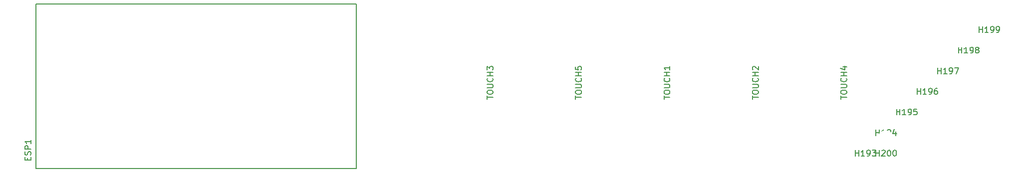
<source format=gto>
G04 #@! TF.GenerationSoftware,KiCad,Pcbnew,(5.1.10)-1*
G04 #@! TF.CreationDate,2021-11-14T07:23:14+08:00*
G04 #@! TF.ProjectId,8x8x8-RGB-LED-Cube-PCB,38783878-382d-4524-9742-2d4c45442d43,rev?*
G04 #@! TF.SameCoordinates,Original*
G04 #@! TF.FileFunction,Legend,Top*
G04 #@! TF.FilePolarity,Positive*
%FSLAX46Y46*%
G04 Gerber Fmt 4.6, Leading zero omitted, Abs format (unit mm)*
G04 Created by KiCad (PCBNEW (5.1.10)-1) date 2021-11-14 07:23:14*
%MOMM*%
%LPD*%
G01*
G04 APERTURE LIST*
%ADD10C,0.127000*%
%ADD11C,0.150000*%
%ADD12C,2.800000*%
%ADD13R,1.560000X1.560000*%
%ADD14C,1.560000*%
%ADD15R,3.500000X3.500000*%
G04 APERTURE END LIST*
D10*
X174114000Y-84746200D02*
X119714000Y-84746200D01*
X119714000Y-84746200D02*
X119714000Y-56846200D01*
X119714000Y-56846200D02*
X174114000Y-56846200D01*
X174114000Y-56846200D02*
X174114000Y-84746200D01*
D11*
X262260714Y-82636580D02*
X262260714Y-81636580D01*
X262260714Y-82112771D02*
X262832142Y-82112771D01*
X262832142Y-82636580D02*
X262832142Y-81636580D01*
X263260714Y-81731819D02*
X263308333Y-81684200D01*
X263403571Y-81636580D01*
X263641666Y-81636580D01*
X263736904Y-81684200D01*
X263784523Y-81731819D01*
X263832142Y-81827057D01*
X263832142Y-81922295D01*
X263784523Y-82065152D01*
X263213095Y-82636580D01*
X263832142Y-82636580D01*
X264451190Y-81636580D02*
X264546428Y-81636580D01*
X264641666Y-81684200D01*
X264689285Y-81731819D01*
X264736904Y-81827057D01*
X264784523Y-82017533D01*
X264784523Y-82255628D01*
X264736904Y-82446104D01*
X264689285Y-82541342D01*
X264641666Y-82588961D01*
X264546428Y-82636580D01*
X264451190Y-82636580D01*
X264355952Y-82588961D01*
X264308333Y-82541342D01*
X264260714Y-82446104D01*
X264213095Y-82255628D01*
X264213095Y-82017533D01*
X264260714Y-81827057D01*
X264308333Y-81731819D01*
X264355952Y-81684200D01*
X264451190Y-81636580D01*
X265403571Y-81636580D02*
X265498809Y-81636580D01*
X265594047Y-81684200D01*
X265641666Y-81731819D01*
X265689285Y-81827057D01*
X265736904Y-82017533D01*
X265736904Y-82255628D01*
X265689285Y-82446104D01*
X265641666Y-82541342D01*
X265594047Y-82588961D01*
X265498809Y-82636580D01*
X265403571Y-82636580D01*
X265308333Y-82588961D01*
X265260714Y-82541342D01*
X265213095Y-82446104D01*
X265165476Y-82255628D01*
X265165476Y-82017533D01*
X265213095Y-81827057D01*
X265260714Y-81731819D01*
X265308333Y-81684200D01*
X265403571Y-81636580D01*
X279760714Y-61636580D02*
X279760714Y-60636580D01*
X279760714Y-61112771D02*
X280332142Y-61112771D01*
X280332142Y-61636580D02*
X280332142Y-60636580D01*
X281332142Y-61636580D02*
X280760714Y-61636580D01*
X281046428Y-61636580D02*
X281046428Y-60636580D01*
X280951190Y-60779438D01*
X280855952Y-60874676D01*
X280760714Y-60922295D01*
X281808333Y-61636580D02*
X281998809Y-61636580D01*
X282094047Y-61588961D01*
X282141666Y-61541342D01*
X282236904Y-61398485D01*
X282284523Y-61208009D01*
X282284523Y-60827057D01*
X282236904Y-60731819D01*
X282189285Y-60684200D01*
X282094047Y-60636580D01*
X281903571Y-60636580D01*
X281808333Y-60684200D01*
X281760714Y-60731819D01*
X281713095Y-60827057D01*
X281713095Y-61065152D01*
X281760714Y-61160390D01*
X281808333Y-61208009D01*
X281903571Y-61255628D01*
X282094047Y-61255628D01*
X282189285Y-61208009D01*
X282236904Y-61160390D01*
X282284523Y-61065152D01*
X282760714Y-61636580D02*
X282951190Y-61636580D01*
X283046428Y-61588961D01*
X283094047Y-61541342D01*
X283189285Y-61398485D01*
X283236904Y-61208009D01*
X283236904Y-60827057D01*
X283189285Y-60731819D01*
X283141666Y-60684200D01*
X283046428Y-60636580D01*
X282855952Y-60636580D01*
X282760714Y-60684200D01*
X282713095Y-60731819D01*
X282665476Y-60827057D01*
X282665476Y-61065152D01*
X282713095Y-61160390D01*
X282760714Y-61208009D01*
X282855952Y-61255628D01*
X283046428Y-61255628D01*
X283141666Y-61208009D01*
X283189285Y-61160390D01*
X283236904Y-61065152D01*
X276260714Y-65136580D02*
X276260714Y-64136580D01*
X276260714Y-64612771D02*
X276832142Y-64612771D01*
X276832142Y-65136580D02*
X276832142Y-64136580D01*
X277832142Y-65136580D02*
X277260714Y-65136580D01*
X277546428Y-65136580D02*
X277546428Y-64136580D01*
X277451190Y-64279438D01*
X277355952Y-64374676D01*
X277260714Y-64422295D01*
X278308333Y-65136580D02*
X278498809Y-65136580D01*
X278594047Y-65088961D01*
X278641666Y-65041342D01*
X278736904Y-64898485D01*
X278784523Y-64708009D01*
X278784523Y-64327057D01*
X278736904Y-64231819D01*
X278689285Y-64184200D01*
X278594047Y-64136580D01*
X278403571Y-64136580D01*
X278308333Y-64184200D01*
X278260714Y-64231819D01*
X278213095Y-64327057D01*
X278213095Y-64565152D01*
X278260714Y-64660390D01*
X278308333Y-64708009D01*
X278403571Y-64755628D01*
X278594047Y-64755628D01*
X278689285Y-64708009D01*
X278736904Y-64660390D01*
X278784523Y-64565152D01*
X279355952Y-64565152D02*
X279260714Y-64517533D01*
X279213095Y-64469914D01*
X279165476Y-64374676D01*
X279165476Y-64327057D01*
X279213095Y-64231819D01*
X279260714Y-64184200D01*
X279355952Y-64136580D01*
X279546428Y-64136580D01*
X279641666Y-64184200D01*
X279689285Y-64231819D01*
X279736904Y-64327057D01*
X279736904Y-64374676D01*
X279689285Y-64469914D01*
X279641666Y-64517533D01*
X279546428Y-64565152D01*
X279355952Y-64565152D01*
X279260714Y-64612771D01*
X279213095Y-64660390D01*
X279165476Y-64755628D01*
X279165476Y-64946104D01*
X279213095Y-65041342D01*
X279260714Y-65088961D01*
X279355952Y-65136580D01*
X279546428Y-65136580D01*
X279641666Y-65088961D01*
X279689285Y-65041342D01*
X279736904Y-64946104D01*
X279736904Y-64755628D01*
X279689285Y-64660390D01*
X279641666Y-64612771D01*
X279546428Y-64565152D01*
X272760714Y-68636580D02*
X272760714Y-67636580D01*
X272760714Y-68112771D02*
X273332142Y-68112771D01*
X273332142Y-68636580D02*
X273332142Y-67636580D01*
X274332142Y-68636580D02*
X273760714Y-68636580D01*
X274046428Y-68636580D02*
X274046428Y-67636580D01*
X273951190Y-67779438D01*
X273855952Y-67874676D01*
X273760714Y-67922295D01*
X274808333Y-68636580D02*
X274998809Y-68636580D01*
X275094047Y-68588961D01*
X275141666Y-68541342D01*
X275236904Y-68398485D01*
X275284523Y-68208009D01*
X275284523Y-67827057D01*
X275236904Y-67731819D01*
X275189285Y-67684200D01*
X275094047Y-67636580D01*
X274903571Y-67636580D01*
X274808333Y-67684200D01*
X274760714Y-67731819D01*
X274713095Y-67827057D01*
X274713095Y-68065152D01*
X274760714Y-68160390D01*
X274808333Y-68208009D01*
X274903571Y-68255628D01*
X275094047Y-68255628D01*
X275189285Y-68208009D01*
X275236904Y-68160390D01*
X275284523Y-68065152D01*
X275617857Y-67636580D02*
X276284523Y-67636580D01*
X275855952Y-68636580D01*
X269260714Y-72136580D02*
X269260714Y-71136580D01*
X269260714Y-71612771D02*
X269832142Y-71612771D01*
X269832142Y-72136580D02*
X269832142Y-71136580D01*
X270832142Y-72136580D02*
X270260714Y-72136580D01*
X270546428Y-72136580D02*
X270546428Y-71136580D01*
X270451190Y-71279438D01*
X270355952Y-71374676D01*
X270260714Y-71422295D01*
X271308333Y-72136580D02*
X271498809Y-72136580D01*
X271594047Y-72088961D01*
X271641666Y-72041342D01*
X271736904Y-71898485D01*
X271784523Y-71708009D01*
X271784523Y-71327057D01*
X271736904Y-71231819D01*
X271689285Y-71184200D01*
X271594047Y-71136580D01*
X271403571Y-71136580D01*
X271308333Y-71184200D01*
X271260714Y-71231819D01*
X271213095Y-71327057D01*
X271213095Y-71565152D01*
X271260714Y-71660390D01*
X271308333Y-71708009D01*
X271403571Y-71755628D01*
X271594047Y-71755628D01*
X271689285Y-71708009D01*
X271736904Y-71660390D01*
X271784523Y-71565152D01*
X272641666Y-71136580D02*
X272451190Y-71136580D01*
X272355952Y-71184200D01*
X272308333Y-71231819D01*
X272213095Y-71374676D01*
X272165476Y-71565152D01*
X272165476Y-71946104D01*
X272213095Y-72041342D01*
X272260714Y-72088961D01*
X272355952Y-72136580D01*
X272546428Y-72136580D01*
X272641666Y-72088961D01*
X272689285Y-72041342D01*
X272736904Y-71946104D01*
X272736904Y-71708009D01*
X272689285Y-71612771D01*
X272641666Y-71565152D01*
X272546428Y-71517533D01*
X272355952Y-71517533D01*
X272260714Y-71565152D01*
X272213095Y-71612771D01*
X272165476Y-71708009D01*
X265760714Y-75636580D02*
X265760714Y-74636580D01*
X265760714Y-75112771D02*
X266332142Y-75112771D01*
X266332142Y-75636580D02*
X266332142Y-74636580D01*
X267332142Y-75636580D02*
X266760714Y-75636580D01*
X267046428Y-75636580D02*
X267046428Y-74636580D01*
X266951190Y-74779438D01*
X266855952Y-74874676D01*
X266760714Y-74922295D01*
X267808333Y-75636580D02*
X267998809Y-75636580D01*
X268094047Y-75588961D01*
X268141666Y-75541342D01*
X268236904Y-75398485D01*
X268284523Y-75208009D01*
X268284523Y-74827057D01*
X268236904Y-74731819D01*
X268189285Y-74684200D01*
X268094047Y-74636580D01*
X267903571Y-74636580D01*
X267808333Y-74684200D01*
X267760714Y-74731819D01*
X267713095Y-74827057D01*
X267713095Y-75065152D01*
X267760714Y-75160390D01*
X267808333Y-75208009D01*
X267903571Y-75255628D01*
X268094047Y-75255628D01*
X268189285Y-75208009D01*
X268236904Y-75160390D01*
X268284523Y-75065152D01*
X269189285Y-74636580D02*
X268713095Y-74636580D01*
X268665476Y-75112771D01*
X268713095Y-75065152D01*
X268808333Y-75017533D01*
X269046428Y-75017533D01*
X269141666Y-75065152D01*
X269189285Y-75112771D01*
X269236904Y-75208009D01*
X269236904Y-75446104D01*
X269189285Y-75541342D01*
X269141666Y-75588961D01*
X269046428Y-75636580D01*
X268808333Y-75636580D01*
X268713095Y-75588961D01*
X268665476Y-75541342D01*
X262260714Y-79136580D02*
X262260714Y-78136580D01*
X262260714Y-78612771D02*
X262832142Y-78612771D01*
X262832142Y-79136580D02*
X262832142Y-78136580D01*
X263832142Y-79136580D02*
X263260714Y-79136580D01*
X263546428Y-79136580D02*
X263546428Y-78136580D01*
X263451190Y-78279438D01*
X263355952Y-78374676D01*
X263260714Y-78422295D01*
X264308333Y-79136580D02*
X264498809Y-79136580D01*
X264594047Y-79088961D01*
X264641666Y-79041342D01*
X264736904Y-78898485D01*
X264784523Y-78708009D01*
X264784523Y-78327057D01*
X264736904Y-78231819D01*
X264689285Y-78184200D01*
X264594047Y-78136580D01*
X264403571Y-78136580D01*
X264308333Y-78184200D01*
X264260714Y-78231819D01*
X264213095Y-78327057D01*
X264213095Y-78565152D01*
X264260714Y-78660390D01*
X264308333Y-78708009D01*
X264403571Y-78755628D01*
X264594047Y-78755628D01*
X264689285Y-78708009D01*
X264736904Y-78660390D01*
X264784523Y-78565152D01*
X265641666Y-78469914D02*
X265641666Y-79136580D01*
X265403571Y-78088961D02*
X265165476Y-78803247D01*
X265784523Y-78803247D01*
X258760714Y-82636580D02*
X258760714Y-81636580D01*
X258760714Y-82112771D02*
X259332142Y-82112771D01*
X259332142Y-82636580D02*
X259332142Y-81636580D01*
X260332142Y-82636580D02*
X259760714Y-82636580D01*
X260046428Y-82636580D02*
X260046428Y-81636580D01*
X259951190Y-81779438D01*
X259855952Y-81874676D01*
X259760714Y-81922295D01*
X260808333Y-82636580D02*
X260998809Y-82636580D01*
X261094047Y-82588961D01*
X261141666Y-82541342D01*
X261236904Y-82398485D01*
X261284523Y-82208009D01*
X261284523Y-81827057D01*
X261236904Y-81731819D01*
X261189285Y-81684200D01*
X261094047Y-81636580D01*
X260903571Y-81636580D01*
X260808333Y-81684200D01*
X260760714Y-81731819D01*
X260713095Y-81827057D01*
X260713095Y-82065152D01*
X260760714Y-82160390D01*
X260808333Y-82208009D01*
X260903571Y-82255628D01*
X261094047Y-82255628D01*
X261189285Y-82208009D01*
X261236904Y-82160390D01*
X261284523Y-82065152D01*
X261617857Y-81636580D02*
X262236904Y-81636580D01*
X261903571Y-82017533D01*
X262046428Y-82017533D01*
X262141666Y-82065152D01*
X262189285Y-82112771D01*
X262236904Y-82208009D01*
X262236904Y-82446104D01*
X262189285Y-82541342D01*
X262141666Y-82588961D01*
X262046428Y-82636580D01*
X261760714Y-82636580D01*
X261665476Y-82588961D01*
X261617857Y-82541342D01*
X211309980Y-72966733D02*
X211309980Y-72395304D01*
X212309980Y-72681019D02*
X211309980Y-72681019D01*
X211309980Y-71871495D02*
X211309980Y-71681019D01*
X211357600Y-71585780D01*
X211452838Y-71490542D01*
X211643314Y-71442923D01*
X211976647Y-71442923D01*
X212167123Y-71490542D01*
X212262361Y-71585780D01*
X212309980Y-71681019D01*
X212309980Y-71871495D01*
X212262361Y-71966733D01*
X212167123Y-72061971D01*
X211976647Y-72109590D01*
X211643314Y-72109590D01*
X211452838Y-72061971D01*
X211357600Y-71966733D01*
X211309980Y-71871495D01*
X211309980Y-71014352D02*
X212119504Y-71014352D01*
X212214742Y-70966733D01*
X212262361Y-70919114D01*
X212309980Y-70823876D01*
X212309980Y-70633400D01*
X212262361Y-70538161D01*
X212214742Y-70490542D01*
X212119504Y-70442923D01*
X211309980Y-70442923D01*
X212214742Y-69395304D02*
X212262361Y-69442923D01*
X212309980Y-69585780D01*
X212309980Y-69681019D01*
X212262361Y-69823876D01*
X212167123Y-69919114D01*
X212071885Y-69966733D01*
X211881409Y-70014352D01*
X211738552Y-70014352D01*
X211548076Y-69966733D01*
X211452838Y-69919114D01*
X211357600Y-69823876D01*
X211309980Y-69681019D01*
X211309980Y-69585780D01*
X211357600Y-69442923D01*
X211405219Y-69395304D01*
X212309980Y-68966733D02*
X211309980Y-68966733D01*
X211786171Y-68966733D02*
X211786171Y-68395304D01*
X212309980Y-68395304D02*
X211309980Y-68395304D01*
X211309980Y-67442923D02*
X211309980Y-67919114D01*
X211786171Y-67966733D01*
X211738552Y-67919114D01*
X211690933Y-67823876D01*
X211690933Y-67585780D01*
X211738552Y-67490542D01*
X211786171Y-67442923D01*
X211881409Y-67395304D01*
X212119504Y-67395304D01*
X212214742Y-67442923D01*
X212262361Y-67490542D01*
X212309980Y-67585780D01*
X212309980Y-67823876D01*
X212262361Y-67919114D01*
X212214742Y-67966733D01*
X256309980Y-72966733D02*
X256309980Y-72395304D01*
X257309980Y-72681019D02*
X256309980Y-72681019D01*
X256309980Y-71871495D02*
X256309980Y-71681019D01*
X256357600Y-71585780D01*
X256452838Y-71490542D01*
X256643314Y-71442923D01*
X256976647Y-71442923D01*
X257167123Y-71490542D01*
X257262361Y-71585780D01*
X257309980Y-71681019D01*
X257309980Y-71871495D01*
X257262361Y-71966733D01*
X257167123Y-72061971D01*
X256976647Y-72109590D01*
X256643314Y-72109590D01*
X256452838Y-72061971D01*
X256357600Y-71966733D01*
X256309980Y-71871495D01*
X256309980Y-71014352D02*
X257119504Y-71014352D01*
X257214742Y-70966733D01*
X257262361Y-70919114D01*
X257309980Y-70823876D01*
X257309980Y-70633400D01*
X257262361Y-70538161D01*
X257214742Y-70490542D01*
X257119504Y-70442923D01*
X256309980Y-70442923D01*
X257214742Y-69395304D02*
X257262361Y-69442923D01*
X257309980Y-69585780D01*
X257309980Y-69681019D01*
X257262361Y-69823876D01*
X257167123Y-69919114D01*
X257071885Y-69966733D01*
X256881409Y-70014352D01*
X256738552Y-70014352D01*
X256548076Y-69966733D01*
X256452838Y-69919114D01*
X256357600Y-69823876D01*
X256309980Y-69681019D01*
X256309980Y-69585780D01*
X256357600Y-69442923D01*
X256405219Y-69395304D01*
X257309980Y-68966733D02*
X256309980Y-68966733D01*
X256786171Y-68966733D02*
X256786171Y-68395304D01*
X257309980Y-68395304D02*
X256309980Y-68395304D01*
X256643314Y-67490542D02*
X257309980Y-67490542D01*
X256262361Y-67728638D02*
X256976647Y-67966733D01*
X256976647Y-67347685D01*
X196309980Y-72966733D02*
X196309980Y-72395304D01*
X197309980Y-72681019D02*
X196309980Y-72681019D01*
X196309980Y-71871495D02*
X196309980Y-71681019D01*
X196357600Y-71585780D01*
X196452838Y-71490542D01*
X196643314Y-71442923D01*
X196976647Y-71442923D01*
X197167123Y-71490542D01*
X197262361Y-71585780D01*
X197309980Y-71681019D01*
X197309980Y-71871495D01*
X197262361Y-71966733D01*
X197167123Y-72061971D01*
X196976647Y-72109590D01*
X196643314Y-72109590D01*
X196452838Y-72061971D01*
X196357600Y-71966733D01*
X196309980Y-71871495D01*
X196309980Y-71014352D02*
X197119504Y-71014352D01*
X197214742Y-70966733D01*
X197262361Y-70919114D01*
X197309980Y-70823876D01*
X197309980Y-70633400D01*
X197262361Y-70538161D01*
X197214742Y-70490542D01*
X197119504Y-70442923D01*
X196309980Y-70442923D01*
X197214742Y-69395304D02*
X197262361Y-69442923D01*
X197309980Y-69585780D01*
X197309980Y-69681019D01*
X197262361Y-69823876D01*
X197167123Y-69919114D01*
X197071885Y-69966733D01*
X196881409Y-70014352D01*
X196738552Y-70014352D01*
X196548076Y-69966733D01*
X196452838Y-69919114D01*
X196357600Y-69823876D01*
X196309980Y-69681019D01*
X196309980Y-69585780D01*
X196357600Y-69442923D01*
X196405219Y-69395304D01*
X197309980Y-68966733D02*
X196309980Y-68966733D01*
X196786171Y-68966733D02*
X196786171Y-68395304D01*
X197309980Y-68395304D02*
X196309980Y-68395304D01*
X196309980Y-68014352D02*
X196309980Y-67395304D01*
X196690933Y-67728638D01*
X196690933Y-67585780D01*
X196738552Y-67490542D01*
X196786171Y-67442923D01*
X196881409Y-67395304D01*
X197119504Y-67395304D01*
X197214742Y-67442923D01*
X197262361Y-67490542D01*
X197309980Y-67585780D01*
X197309980Y-67871495D01*
X197262361Y-67966733D01*
X197214742Y-68014352D01*
X241309980Y-72966733D02*
X241309980Y-72395304D01*
X242309980Y-72681019D02*
X241309980Y-72681019D01*
X241309980Y-71871495D02*
X241309980Y-71681019D01*
X241357600Y-71585780D01*
X241452838Y-71490542D01*
X241643314Y-71442923D01*
X241976647Y-71442923D01*
X242167123Y-71490542D01*
X242262361Y-71585780D01*
X242309980Y-71681019D01*
X242309980Y-71871495D01*
X242262361Y-71966733D01*
X242167123Y-72061971D01*
X241976647Y-72109590D01*
X241643314Y-72109590D01*
X241452838Y-72061971D01*
X241357600Y-71966733D01*
X241309980Y-71871495D01*
X241309980Y-71014352D02*
X242119504Y-71014352D01*
X242214742Y-70966733D01*
X242262361Y-70919114D01*
X242309980Y-70823876D01*
X242309980Y-70633400D01*
X242262361Y-70538161D01*
X242214742Y-70490542D01*
X242119504Y-70442923D01*
X241309980Y-70442923D01*
X242214742Y-69395304D02*
X242262361Y-69442923D01*
X242309980Y-69585780D01*
X242309980Y-69681019D01*
X242262361Y-69823876D01*
X242167123Y-69919114D01*
X242071885Y-69966733D01*
X241881409Y-70014352D01*
X241738552Y-70014352D01*
X241548076Y-69966733D01*
X241452838Y-69919114D01*
X241357600Y-69823876D01*
X241309980Y-69681019D01*
X241309980Y-69585780D01*
X241357600Y-69442923D01*
X241405219Y-69395304D01*
X242309980Y-68966733D02*
X241309980Y-68966733D01*
X241786171Y-68966733D02*
X241786171Y-68395304D01*
X242309980Y-68395304D02*
X241309980Y-68395304D01*
X241405219Y-67966733D02*
X241357600Y-67919114D01*
X241309980Y-67823876D01*
X241309980Y-67585780D01*
X241357600Y-67490542D01*
X241405219Y-67442923D01*
X241500457Y-67395304D01*
X241595695Y-67395304D01*
X241738552Y-67442923D01*
X242309980Y-68014352D01*
X242309980Y-67395304D01*
X226309980Y-72966733D02*
X226309980Y-72395304D01*
X227309980Y-72681019D02*
X226309980Y-72681019D01*
X226309980Y-71871495D02*
X226309980Y-71681019D01*
X226357600Y-71585780D01*
X226452838Y-71490542D01*
X226643314Y-71442923D01*
X226976647Y-71442923D01*
X227167123Y-71490542D01*
X227262361Y-71585780D01*
X227309980Y-71681019D01*
X227309980Y-71871495D01*
X227262361Y-71966733D01*
X227167123Y-72061971D01*
X226976647Y-72109590D01*
X226643314Y-72109590D01*
X226452838Y-72061971D01*
X226357600Y-71966733D01*
X226309980Y-71871495D01*
X226309980Y-71014352D02*
X227119504Y-71014352D01*
X227214742Y-70966733D01*
X227262361Y-70919114D01*
X227309980Y-70823876D01*
X227309980Y-70633400D01*
X227262361Y-70538161D01*
X227214742Y-70490542D01*
X227119504Y-70442923D01*
X226309980Y-70442923D01*
X227214742Y-69395304D02*
X227262361Y-69442923D01*
X227309980Y-69585780D01*
X227309980Y-69681019D01*
X227262361Y-69823876D01*
X227167123Y-69919114D01*
X227071885Y-69966733D01*
X226881409Y-70014352D01*
X226738552Y-70014352D01*
X226548076Y-69966733D01*
X226452838Y-69919114D01*
X226357600Y-69823876D01*
X226309980Y-69681019D01*
X226309980Y-69585780D01*
X226357600Y-69442923D01*
X226405219Y-69395304D01*
X227309980Y-68966733D02*
X226309980Y-68966733D01*
X226786171Y-68966733D02*
X226786171Y-68395304D01*
X227309980Y-68395304D02*
X226309980Y-68395304D01*
X227309980Y-67395304D02*
X227309980Y-67966733D01*
X227309980Y-67681019D02*
X226309980Y-67681019D01*
X226452838Y-67776257D01*
X226548076Y-67871495D01*
X226595695Y-67966733D01*
X118346498Y-83292685D02*
X118346498Y-82959223D01*
X118870510Y-82816310D02*
X118870510Y-83292685D01*
X117870124Y-83292685D01*
X117870124Y-82816310D01*
X118822873Y-82435211D02*
X118870510Y-82292299D01*
X118870510Y-82054111D01*
X118822873Y-81958837D01*
X118775235Y-81911199D01*
X118679960Y-81863562D01*
X118584686Y-81863562D01*
X118489411Y-81911199D01*
X118441773Y-81958837D01*
X118394136Y-82054111D01*
X118346498Y-82244661D01*
X118298861Y-82339936D01*
X118251224Y-82387573D01*
X118155949Y-82435211D01*
X118060674Y-82435211D01*
X117965399Y-82387573D01*
X117917762Y-82339936D01*
X117870124Y-82244661D01*
X117870124Y-82006474D01*
X117917762Y-81863562D01*
X118870510Y-81434825D02*
X117870124Y-81434825D01*
X117870124Y-81053725D01*
X117917762Y-80958451D01*
X117965399Y-80910813D01*
X118060674Y-80863176D01*
X118203586Y-80863176D01*
X118298861Y-80910813D01*
X118346498Y-80958451D01*
X118394136Y-81053725D01*
X118394136Y-81434825D01*
X118870510Y-79910427D02*
X118870510Y-80482076D01*
X118870510Y-80196252D02*
X117870124Y-80196252D01*
X118013036Y-80291527D01*
X118108311Y-80386801D01*
X118155949Y-80482076D01*
%LPC*%
D12*
X263975000Y-79684200D03*
X281475000Y-58684200D03*
X277975000Y-62184200D03*
X274475000Y-65684200D03*
X270975000Y-69184200D03*
X267475000Y-72684200D03*
X263975000Y-76184200D03*
X260475000Y-79684200D03*
X297000000Y-292000000D03*
X267000000Y-292000000D03*
X237000000Y-292000000D03*
X207000000Y-292000000D03*
X177000000Y-292000000D03*
X147000000Y-292000000D03*
X117000000Y-292000000D03*
X87000000Y-292000000D03*
X302000000Y-292000000D03*
X272000000Y-292000000D03*
X242000000Y-292000000D03*
X212000000Y-292000000D03*
X182000000Y-292000000D03*
X152000000Y-292000000D03*
X122000000Y-292000000D03*
X92000000Y-292000000D03*
X307000000Y-292000000D03*
X277000000Y-292000000D03*
X247000000Y-292000000D03*
X217000000Y-292000000D03*
X187000000Y-292000000D03*
X157000000Y-292000000D03*
X127000000Y-292000000D03*
X97000000Y-292000000D03*
X297000000Y-262000000D03*
X267000000Y-262000000D03*
X237000000Y-262000000D03*
X207000000Y-262000000D03*
X177000000Y-262000000D03*
X147000000Y-262000000D03*
X117000000Y-262000000D03*
X87000000Y-262000000D03*
X302000000Y-262000000D03*
X272000000Y-262000000D03*
X242000000Y-262000000D03*
X212000000Y-262000000D03*
X182000000Y-262000000D03*
X152000000Y-262000000D03*
X122000000Y-262000000D03*
X92000000Y-262000000D03*
X307000000Y-262000000D03*
X277000000Y-262000000D03*
X247000000Y-262000000D03*
X217000000Y-262000000D03*
X187000000Y-262000000D03*
X157000000Y-262000000D03*
X127000000Y-262000000D03*
X97000000Y-262000000D03*
X297000000Y-232000000D03*
X267000000Y-232000000D03*
X237000000Y-232000000D03*
X207000000Y-232000000D03*
X177000000Y-232000000D03*
X147000000Y-232000000D03*
X117000000Y-232000000D03*
X87000000Y-232000000D03*
X302000000Y-232000000D03*
X272000000Y-232000000D03*
X242000000Y-232000000D03*
X212000000Y-232000000D03*
X182000000Y-232000000D03*
X152000000Y-232000000D03*
X122000000Y-232000000D03*
X92000000Y-232000000D03*
X307000000Y-232000000D03*
X277000000Y-232000000D03*
X247000000Y-232000000D03*
X217000000Y-232000000D03*
X187000000Y-232000000D03*
X157000000Y-232000000D03*
X127000000Y-232000000D03*
X97000000Y-232000000D03*
X297000000Y-202000000D03*
X267000000Y-202000000D03*
X237000000Y-202000000D03*
X207000000Y-202000000D03*
X177000000Y-202000000D03*
X147000000Y-202000000D03*
X117000000Y-202000000D03*
X87000000Y-202000000D03*
X302000000Y-202000000D03*
X272000000Y-202000000D03*
X242000000Y-202000000D03*
X212000000Y-202000000D03*
X182000000Y-202000000D03*
X152000000Y-202000000D03*
X122000000Y-202000000D03*
X92000000Y-202000000D03*
X307000000Y-202000000D03*
X277000000Y-202000000D03*
X247000000Y-202000000D03*
X217000000Y-202000000D03*
X187000000Y-202000000D03*
X157000000Y-202000000D03*
X127000000Y-202000000D03*
X97000000Y-202000000D03*
X307000000Y-190000000D03*
X277000000Y-190000000D03*
X247000000Y-190000000D03*
X217000000Y-190000000D03*
X187000000Y-190000000D03*
X157000000Y-190000000D03*
X127000000Y-190000000D03*
X97000000Y-190000000D03*
X302000000Y-190000000D03*
X272000000Y-190000000D03*
X242000000Y-190000000D03*
X212000000Y-190000000D03*
X182000000Y-190000000D03*
X152000000Y-190000000D03*
X122000000Y-190000000D03*
X92000000Y-190000000D03*
X297000000Y-190000000D03*
X267000000Y-190000000D03*
X237000000Y-190000000D03*
X207000000Y-190000000D03*
X177000000Y-190000000D03*
X147000000Y-190000000D03*
X117000000Y-190000000D03*
X87000000Y-190000000D03*
X307000000Y-160000000D03*
X277000000Y-160000000D03*
X247000000Y-160000000D03*
X217000000Y-160000000D03*
X187000000Y-160000000D03*
X157000000Y-160000000D03*
X127000000Y-160000000D03*
X97000000Y-160000000D03*
X302000000Y-160000000D03*
X272000000Y-160000000D03*
X242000000Y-160000000D03*
X212000000Y-160000000D03*
X182000000Y-160000000D03*
X152000000Y-160000000D03*
X122000000Y-160000000D03*
X92000000Y-160000000D03*
X297000000Y-160000000D03*
X267000000Y-160000000D03*
X237000000Y-160000000D03*
X207000000Y-160000000D03*
X177000000Y-160000000D03*
X147000000Y-160000000D03*
X117000000Y-160000000D03*
X87000000Y-160000000D03*
X307000000Y-130000000D03*
X277000000Y-130000000D03*
X247000000Y-130000000D03*
X217000000Y-130000000D03*
X187000000Y-130000000D03*
X157000000Y-130000000D03*
X127000000Y-130000000D03*
X97000000Y-130000000D03*
X302000000Y-130000000D03*
X272000000Y-130000000D03*
X242000000Y-130000000D03*
X212000000Y-130000000D03*
X182000000Y-130000000D03*
X152000000Y-130000000D03*
X122000000Y-130000000D03*
X92000000Y-130000000D03*
X297000000Y-130000000D03*
X267000000Y-130000000D03*
X237000000Y-130000000D03*
X207000000Y-130000000D03*
X177000000Y-130000000D03*
X147000000Y-130000000D03*
X117000000Y-130000000D03*
X87000000Y-130000000D03*
X307000000Y-100000000D03*
X277000000Y-100000000D03*
X247000000Y-100000000D03*
X217000000Y-100000000D03*
X187000000Y-100000000D03*
X157000000Y-100000000D03*
X127000000Y-100000000D03*
X97000000Y-100000000D03*
X302000000Y-100000000D03*
X272000000Y-100000000D03*
X242000000Y-100000000D03*
X212000000Y-100000000D03*
X182000000Y-100000000D03*
X152000000Y-100000000D03*
X122000000Y-100000000D03*
X92000000Y-100000000D03*
X297000000Y-100000000D03*
X267000000Y-100000000D03*
X237000000Y-100000000D03*
X207000000Y-100000000D03*
X177000000Y-100000000D03*
X147000000Y-100000000D03*
X117000000Y-100000000D03*
X87000000Y-100000000D03*
D13*
X127104000Y-83496200D03*
D14*
X129644000Y-83496200D03*
X172824000Y-83496200D03*
X132184000Y-83496200D03*
X134724000Y-83496200D03*
X137264000Y-83496200D03*
X139804000Y-83496200D03*
X142344000Y-83496200D03*
X144884000Y-83496200D03*
X147424000Y-83496200D03*
X149964000Y-83496200D03*
X152504000Y-83496200D03*
X155044000Y-83496200D03*
X157584000Y-83496200D03*
X160124000Y-83496200D03*
X162664000Y-83496200D03*
X165204000Y-83496200D03*
X167744000Y-83496200D03*
X170284000Y-83496200D03*
X127104000Y-58096200D03*
X129644000Y-58096200D03*
X132184000Y-58096200D03*
X134724000Y-58096200D03*
X137264000Y-58096200D03*
X139804000Y-58096200D03*
X142344000Y-58096200D03*
X144884000Y-58096200D03*
X147424000Y-58096200D03*
X149964000Y-58096200D03*
X152504000Y-58096200D03*
X155044000Y-58096200D03*
X157584000Y-58096200D03*
X160124000Y-58096200D03*
X162664000Y-58096200D03*
X165204000Y-58096200D03*
X167744000Y-58096200D03*
X170284000Y-58096200D03*
X172824000Y-58096200D03*
D15*
X319121024Y-77163968D03*
G36*
G01*
X311621024Y-78163968D02*
X311621024Y-76163968D01*
G75*
G02*
X312371024Y-75413968I750000J0D01*
G01*
X313871024Y-75413968D01*
G75*
G02*
X314621024Y-76163968I0J-750000D01*
G01*
X314621024Y-78163968D01*
G75*
G02*
X313871024Y-78913968I-750000J0D01*
G01*
X312371024Y-78913968D01*
G75*
G02*
X311621024Y-78163968I0J750000D01*
G01*
G37*
G36*
G01*
X314371024Y-73338968D02*
X314371024Y-71588968D01*
G75*
G02*
X315246024Y-70713968I875000J0D01*
G01*
X316996024Y-70713968D01*
G75*
G02*
X317871024Y-71588968I0J-875000D01*
G01*
X317871024Y-73338968D01*
G75*
G02*
X316996024Y-74213968I-875000J0D01*
G01*
X315246024Y-74213968D01*
G75*
G02*
X314371024Y-73338968I0J875000D01*
G01*
G37*
M02*

</source>
